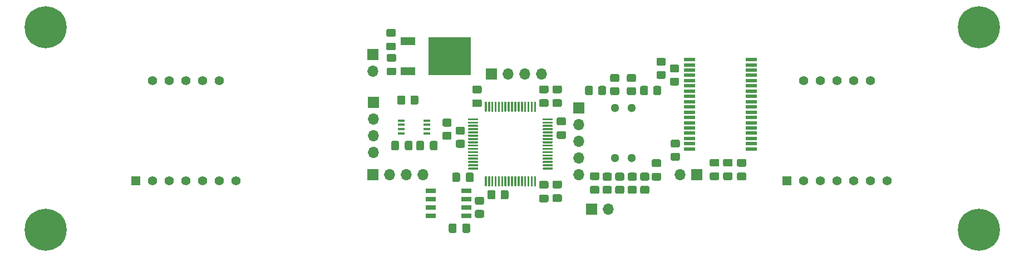
<source format=gbr>
%TF.GenerationSoftware,KiCad,Pcbnew,(5.1.9)-1*%
%TF.CreationDate,2021-04-28T17:58:15+02:00*%
%TF.ProjectId,Hoofdbord,486f6f66-6462-46f7-9264-2e6b69636164,rev?*%
%TF.SameCoordinates,Original*%
%TF.FileFunction,Soldermask,Top*%
%TF.FilePolarity,Negative*%
%FSLAX46Y46*%
G04 Gerber Fmt 4.6, Leading zero omitted, Abs format (unit mm)*
G04 Created by KiCad (PCBNEW (5.1.9)-1) date 2021-04-28 17:58:15*
%MOMM*%
%LPD*%
G01*
G04 APERTURE LIST*
%ADD10O,1.700000X1.700000*%
%ADD11R,1.700000X1.700000*%
%ADD12R,1.416000X1.416000*%
%ADD13C,1.416000*%
%ADD14C,6.400000*%
%ADD15C,0.800000*%
%ADD16R,6.400000X5.800000*%
%ADD17R,2.200000X1.200000*%
%ADD18C,1.300000*%
%ADD19R,1.800000X0.600000*%
%ADD20R,1.100000X0.450000*%
%ADD21R,1.525000X0.650000*%
G04 APERTURE END LIST*
D10*
%TO.C,J5*%
X3556000Y8382000D03*
X1016000Y8382000D03*
X-1524000Y8382000D03*
D11*
X-4064000Y8382000D03*
%TD*%
D12*
%TO.C,DS1*%
X40830500Y-7874000D03*
D13*
X43370500Y-7874000D03*
X45910500Y-7874000D03*
X48450500Y-7874000D03*
X50990500Y-7874000D03*
X53530500Y-7874000D03*
X56070500Y-7874000D03*
X53530500Y7366000D03*
X50990500Y7366000D03*
X48450500Y7366000D03*
X45910500Y7366000D03*
X43370500Y7366000D03*
%TD*%
D14*
%TO.C,*%
X-71945500Y15494000D03*
D15*
X-69545500Y15494000D03*
X-70248444Y13796944D03*
X-71945500Y13094000D03*
X-73642556Y13796944D03*
X-74345500Y15494000D03*
X-73642556Y17191056D03*
X-71945500Y17894000D03*
X-70248444Y17191056D03*
%TD*%
D14*
%TO.C,*%
X70040500Y-15367000D03*
D15*
X72440500Y-15367000D03*
X71737556Y-17064056D03*
X70040500Y-17767000D03*
X68343444Y-17064056D03*
X67640500Y-15367000D03*
X68343444Y-13669944D03*
X70040500Y-12967000D03*
X71737556Y-13669944D03*
%TD*%
D14*
%TO.C,*%
X-71945500Y-15367000D03*
D15*
X-69545500Y-15367000D03*
X-70248444Y-17064056D03*
X-71945500Y-17767000D03*
X-73642556Y-17064056D03*
X-74345500Y-15367000D03*
X-73642556Y-13669944D03*
X-71945500Y-12967000D03*
X-70248444Y-13669944D03*
%TD*%
D14*
%TO.C,*%
X70040500Y15494000D03*
D15*
X72440500Y15494000D03*
X71737556Y13796944D03*
X70040500Y13094000D03*
X68343444Y13796944D03*
X67640500Y15494000D03*
X68343444Y17191056D03*
X70040500Y17894000D03*
X71737556Y17191056D03*
%TD*%
D10*
%TO.C,SW2*%
X24574500Y-6985000D03*
D11*
X27114500Y-6985000D03*
%TD*%
%TO.C,R14*%
G36*
G01*
X15118501Y5147000D02*
X14218499Y5147000D01*
G75*
G02*
X13968500Y5396999I0J249999D01*
G01*
X13968500Y6097001D01*
G75*
G02*
X14218499Y6347000I249999J0D01*
G01*
X15118501Y6347000D01*
G75*
G02*
X15368500Y6097001I0J-249999D01*
G01*
X15368500Y5396999D01*
G75*
G02*
X15118501Y5147000I-249999J0D01*
G01*
G37*
G36*
G01*
X15118501Y7147000D02*
X14218499Y7147000D01*
G75*
G02*
X13968500Y7396999I0J249999D01*
G01*
X13968500Y8097001D01*
G75*
G02*
X14218499Y8347000I249999J0D01*
G01*
X15118501Y8347000D01*
G75*
G02*
X15368500Y8097001I0J-249999D01*
G01*
X15368500Y7396999D01*
G75*
G02*
X15118501Y7147000I-249999J0D01*
G01*
G37*
%TD*%
%TO.C,R13*%
G36*
G01*
X13347500Y6292001D02*
X13347500Y5391999D01*
G75*
G02*
X13097501Y5142000I-249999J0D01*
G01*
X12397499Y5142000D01*
G75*
G02*
X12147500Y5391999I0J249999D01*
G01*
X12147500Y6292001D01*
G75*
G02*
X12397499Y6542000I249999J0D01*
G01*
X13097501Y6542000D01*
G75*
G02*
X13347500Y6292001I0J-249999D01*
G01*
G37*
G36*
G01*
X11347500Y6292001D02*
X11347500Y5391999D01*
G75*
G02*
X11097501Y5142000I-249999J0D01*
G01*
X10397499Y5142000D01*
G75*
G02*
X10147500Y5391999I0J249999D01*
G01*
X10147500Y6292001D01*
G75*
G02*
X10397499Y6542000I249999J0D01*
G01*
X11097501Y6542000D01*
G75*
G02*
X11347500Y6292001I0J-249999D01*
G01*
G37*
%TD*%
%TO.C,R16*%
G36*
G01*
X18529500Y5391999D02*
X18529500Y6292001D01*
G75*
G02*
X18779499Y6542000I249999J0D01*
G01*
X19479501Y6542000D01*
G75*
G02*
X19729500Y6292001I0J-249999D01*
G01*
X19729500Y5391999D01*
G75*
G02*
X19479501Y5142000I-249999J0D01*
G01*
X18779499Y5142000D01*
G75*
G02*
X18529500Y5391999I0J249999D01*
G01*
G37*
G36*
G01*
X20529500Y5391999D02*
X20529500Y6292001D01*
G75*
G02*
X20779499Y6542000I249999J0D01*
G01*
X21479501Y6542000D01*
G75*
G02*
X21729500Y6292001I0J-249999D01*
G01*
X21729500Y5391999D01*
G75*
G02*
X21479501Y5142000I-249999J0D01*
G01*
X20779499Y5142000D01*
G75*
G02*
X20529500Y5391999I0J249999D01*
G01*
G37*
%TD*%
%TO.C,R15*%
G36*
G01*
X16758499Y8347000D02*
X17658501Y8347000D01*
G75*
G02*
X17908500Y8097001I0J-249999D01*
G01*
X17908500Y7396999D01*
G75*
G02*
X17658501Y7147000I-249999J0D01*
G01*
X16758499Y7147000D01*
G75*
G02*
X16508500Y7396999I0J249999D01*
G01*
X16508500Y8097001D01*
G75*
G02*
X16758499Y8347000I249999J0D01*
G01*
G37*
G36*
G01*
X16758499Y6347000D02*
X17658501Y6347000D01*
G75*
G02*
X17908500Y6097001I0J-249999D01*
G01*
X17908500Y5396999D01*
G75*
G02*
X17658501Y5147000I-249999J0D01*
G01*
X16758499Y5147000D01*
G75*
G02*
X16508500Y5396999I0J249999D01*
G01*
X16508500Y6097001D01*
G75*
G02*
X16758499Y6347000I249999J0D01*
G01*
G37*
%TD*%
%TO.C,U1*%
G36*
G01*
X2693500Y-7261000D02*
X2693500Y-8661000D01*
G75*
G02*
X2618500Y-8736000I-75000J0D01*
G01*
X2468500Y-8736000D01*
G75*
G02*
X2393500Y-8661000I0J75000D01*
G01*
X2393500Y-7261000D01*
G75*
G02*
X2468500Y-7186000I75000J0D01*
G01*
X2618500Y-7186000D01*
G75*
G02*
X2693500Y-7261000I0J-75000D01*
G01*
G37*
G36*
G01*
X2193500Y-7261000D02*
X2193500Y-8661000D01*
G75*
G02*
X2118500Y-8736000I-75000J0D01*
G01*
X1968500Y-8736000D01*
G75*
G02*
X1893500Y-8661000I0J75000D01*
G01*
X1893500Y-7261000D01*
G75*
G02*
X1968500Y-7186000I75000J0D01*
G01*
X2118500Y-7186000D01*
G75*
G02*
X2193500Y-7261000I0J-75000D01*
G01*
G37*
G36*
G01*
X1693500Y-7261000D02*
X1693500Y-8661000D01*
G75*
G02*
X1618500Y-8736000I-75000J0D01*
G01*
X1468500Y-8736000D01*
G75*
G02*
X1393500Y-8661000I0J75000D01*
G01*
X1393500Y-7261000D01*
G75*
G02*
X1468500Y-7186000I75000J0D01*
G01*
X1618500Y-7186000D01*
G75*
G02*
X1693500Y-7261000I0J-75000D01*
G01*
G37*
G36*
G01*
X1193500Y-7261000D02*
X1193500Y-8661000D01*
G75*
G02*
X1118500Y-8736000I-75000J0D01*
G01*
X968500Y-8736000D01*
G75*
G02*
X893500Y-8661000I0J75000D01*
G01*
X893500Y-7261000D01*
G75*
G02*
X968500Y-7186000I75000J0D01*
G01*
X1118500Y-7186000D01*
G75*
G02*
X1193500Y-7261000I0J-75000D01*
G01*
G37*
G36*
G01*
X693500Y-7261000D02*
X693500Y-8661000D01*
G75*
G02*
X618500Y-8736000I-75000J0D01*
G01*
X468500Y-8736000D01*
G75*
G02*
X393500Y-8661000I0J75000D01*
G01*
X393500Y-7261000D01*
G75*
G02*
X468500Y-7186000I75000J0D01*
G01*
X618500Y-7186000D01*
G75*
G02*
X693500Y-7261000I0J-75000D01*
G01*
G37*
G36*
G01*
X193500Y-7261000D02*
X193500Y-8661000D01*
G75*
G02*
X118500Y-8736000I-75000J0D01*
G01*
X-31500Y-8736000D01*
G75*
G02*
X-106500Y-8661000I0J75000D01*
G01*
X-106500Y-7261000D01*
G75*
G02*
X-31500Y-7186000I75000J0D01*
G01*
X118500Y-7186000D01*
G75*
G02*
X193500Y-7261000I0J-75000D01*
G01*
G37*
G36*
G01*
X-306500Y-7261000D02*
X-306500Y-8661000D01*
G75*
G02*
X-381500Y-8736000I-75000J0D01*
G01*
X-531500Y-8736000D01*
G75*
G02*
X-606500Y-8661000I0J75000D01*
G01*
X-606500Y-7261000D01*
G75*
G02*
X-531500Y-7186000I75000J0D01*
G01*
X-381500Y-7186000D01*
G75*
G02*
X-306500Y-7261000I0J-75000D01*
G01*
G37*
G36*
G01*
X-806500Y-7261000D02*
X-806500Y-8661000D01*
G75*
G02*
X-881500Y-8736000I-75000J0D01*
G01*
X-1031500Y-8736000D01*
G75*
G02*
X-1106500Y-8661000I0J75000D01*
G01*
X-1106500Y-7261000D01*
G75*
G02*
X-1031500Y-7186000I75000J0D01*
G01*
X-881500Y-7186000D01*
G75*
G02*
X-806500Y-7261000I0J-75000D01*
G01*
G37*
G36*
G01*
X-1306500Y-7261000D02*
X-1306500Y-8661000D01*
G75*
G02*
X-1381500Y-8736000I-75000J0D01*
G01*
X-1531500Y-8736000D01*
G75*
G02*
X-1606500Y-8661000I0J75000D01*
G01*
X-1606500Y-7261000D01*
G75*
G02*
X-1531500Y-7186000I75000J0D01*
G01*
X-1381500Y-7186000D01*
G75*
G02*
X-1306500Y-7261000I0J-75000D01*
G01*
G37*
G36*
G01*
X-1806500Y-7261000D02*
X-1806500Y-8661000D01*
G75*
G02*
X-1881500Y-8736000I-75000J0D01*
G01*
X-2031500Y-8736000D01*
G75*
G02*
X-2106500Y-8661000I0J75000D01*
G01*
X-2106500Y-7261000D01*
G75*
G02*
X-2031500Y-7186000I75000J0D01*
G01*
X-1881500Y-7186000D01*
G75*
G02*
X-1806500Y-7261000I0J-75000D01*
G01*
G37*
G36*
G01*
X-2306500Y-7261000D02*
X-2306500Y-8661000D01*
G75*
G02*
X-2381500Y-8736000I-75000J0D01*
G01*
X-2531500Y-8736000D01*
G75*
G02*
X-2606500Y-8661000I0J75000D01*
G01*
X-2606500Y-7261000D01*
G75*
G02*
X-2531500Y-7186000I75000J0D01*
G01*
X-2381500Y-7186000D01*
G75*
G02*
X-2306500Y-7261000I0J-75000D01*
G01*
G37*
G36*
G01*
X-2806500Y-7261000D02*
X-2806500Y-8661000D01*
G75*
G02*
X-2881500Y-8736000I-75000J0D01*
G01*
X-3031500Y-8736000D01*
G75*
G02*
X-3106500Y-8661000I0J75000D01*
G01*
X-3106500Y-7261000D01*
G75*
G02*
X-3031500Y-7186000I75000J0D01*
G01*
X-2881500Y-7186000D01*
G75*
G02*
X-2806500Y-7261000I0J-75000D01*
G01*
G37*
G36*
G01*
X-3306500Y-7261000D02*
X-3306500Y-8661000D01*
G75*
G02*
X-3381500Y-8736000I-75000J0D01*
G01*
X-3531500Y-8736000D01*
G75*
G02*
X-3606500Y-8661000I0J75000D01*
G01*
X-3606500Y-7261000D01*
G75*
G02*
X-3531500Y-7186000I75000J0D01*
G01*
X-3381500Y-7186000D01*
G75*
G02*
X-3306500Y-7261000I0J-75000D01*
G01*
G37*
G36*
G01*
X-3806500Y-7261000D02*
X-3806500Y-8661000D01*
G75*
G02*
X-3881500Y-8736000I-75000J0D01*
G01*
X-4031500Y-8736000D01*
G75*
G02*
X-4106500Y-8661000I0J75000D01*
G01*
X-4106500Y-7261000D01*
G75*
G02*
X-4031500Y-7186000I75000J0D01*
G01*
X-3881500Y-7186000D01*
G75*
G02*
X-3806500Y-7261000I0J-75000D01*
G01*
G37*
G36*
G01*
X-4306500Y-7261000D02*
X-4306500Y-8661000D01*
G75*
G02*
X-4381500Y-8736000I-75000J0D01*
G01*
X-4531500Y-8736000D01*
G75*
G02*
X-4606500Y-8661000I0J75000D01*
G01*
X-4606500Y-7261000D01*
G75*
G02*
X-4531500Y-7186000I75000J0D01*
G01*
X-4381500Y-7186000D01*
G75*
G02*
X-4306500Y-7261000I0J-75000D01*
G01*
G37*
G36*
G01*
X-4806500Y-7261000D02*
X-4806500Y-8661000D01*
G75*
G02*
X-4881500Y-8736000I-75000J0D01*
G01*
X-5031500Y-8736000D01*
G75*
G02*
X-5106500Y-8661000I0J75000D01*
G01*
X-5106500Y-7261000D01*
G75*
G02*
X-5031500Y-7186000I75000J0D01*
G01*
X-4881500Y-7186000D01*
G75*
G02*
X-4806500Y-7261000I0J-75000D01*
G01*
G37*
G36*
G01*
X-6106500Y-5961000D02*
X-6106500Y-6111000D01*
G75*
G02*
X-6181500Y-6186000I-75000J0D01*
G01*
X-7581500Y-6186000D01*
G75*
G02*
X-7656500Y-6111000I0J75000D01*
G01*
X-7656500Y-5961000D01*
G75*
G02*
X-7581500Y-5886000I75000J0D01*
G01*
X-6181500Y-5886000D01*
G75*
G02*
X-6106500Y-5961000I0J-75000D01*
G01*
G37*
G36*
G01*
X-6106500Y-5461000D02*
X-6106500Y-5611000D01*
G75*
G02*
X-6181500Y-5686000I-75000J0D01*
G01*
X-7581500Y-5686000D01*
G75*
G02*
X-7656500Y-5611000I0J75000D01*
G01*
X-7656500Y-5461000D01*
G75*
G02*
X-7581500Y-5386000I75000J0D01*
G01*
X-6181500Y-5386000D01*
G75*
G02*
X-6106500Y-5461000I0J-75000D01*
G01*
G37*
G36*
G01*
X-6106500Y-4961000D02*
X-6106500Y-5111000D01*
G75*
G02*
X-6181500Y-5186000I-75000J0D01*
G01*
X-7581500Y-5186000D01*
G75*
G02*
X-7656500Y-5111000I0J75000D01*
G01*
X-7656500Y-4961000D01*
G75*
G02*
X-7581500Y-4886000I75000J0D01*
G01*
X-6181500Y-4886000D01*
G75*
G02*
X-6106500Y-4961000I0J-75000D01*
G01*
G37*
G36*
G01*
X-6106500Y-4461000D02*
X-6106500Y-4611000D01*
G75*
G02*
X-6181500Y-4686000I-75000J0D01*
G01*
X-7581500Y-4686000D01*
G75*
G02*
X-7656500Y-4611000I0J75000D01*
G01*
X-7656500Y-4461000D01*
G75*
G02*
X-7581500Y-4386000I75000J0D01*
G01*
X-6181500Y-4386000D01*
G75*
G02*
X-6106500Y-4461000I0J-75000D01*
G01*
G37*
G36*
G01*
X-6106500Y-3961000D02*
X-6106500Y-4111000D01*
G75*
G02*
X-6181500Y-4186000I-75000J0D01*
G01*
X-7581500Y-4186000D01*
G75*
G02*
X-7656500Y-4111000I0J75000D01*
G01*
X-7656500Y-3961000D01*
G75*
G02*
X-7581500Y-3886000I75000J0D01*
G01*
X-6181500Y-3886000D01*
G75*
G02*
X-6106500Y-3961000I0J-75000D01*
G01*
G37*
G36*
G01*
X-6106500Y-3461000D02*
X-6106500Y-3611000D01*
G75*
G02*
X-6181500Y-3686000I-75000J0D01*
G01*
X-7581500Y-3686000D01*
G75*
G02*
X-7656500Y-3611000I0J75000D01*
G01*
X-7656500Y-3461000D01*
G75*
G02*
X-7581500Y-3386000I75000J0D01*
G01*
X-6181500Y-3386000D01*
G75*
G02*
X-6106500Y-3461000I0J-75000D01*
G01*
G37*
G36*
G01*
X-6106500Y-2961000D02*
X-6106500Y-3111000D01*
G75*
G02*
X-6181500Y-3186000I-75000J0D01*
G01*
X-7581500Y-3186000D01*
G75*
G02*
X-7656500Y-3111000I0J75000D01*
G01*
X-7656500Y-2961000D01*
G75*
G02*
X-7581500Y-2886000I75000J0D01*
G01*
X-6181500Y-2886000D01*
G75*
G02*
X-6106500Y-2961000I0J-75000D01*
G01*
G37*
G36*
G01*
X-6106500Y-2461000D02*
X-6106500Y-2611000D01*
G75*
G02*
X-6181500Y-2686000I-75000J0D01*
G01*
X-7581500Y-2686000D01*
G75*
G02*
X-7656500Y-2611000I0J75000D01*
G01*
X-7656500Y-2461000D01*
G75*
G02*
X-7581500Y-2386000I75000J0D01*
G01*
X-6181500Y-2386000D01*
G75*
G02*
X-6106500Y-2461000I0J-75000D01*
G01*
G37*
G36*
G01*
X-6106500Y-1961000D02*
X-6106500Y-2111000D01*
G75*
G02*
X-6181500Y-2186000I-75000J0D01*
G01*
X-7581500Y-2186000D01*
G75*
G02*
X-7656500Y-2111000I0J75000D01*
G01*
X-7656500Y-1961000D01*
G75*
G02*
X-7581500Y-1886000I75000J0D01*
G01*
X-6181500Y-1886000D01*
G75*
G02*
X-6106500Y-1961000I0J-75000D01*
G01*
G37*
G36*
G01*
X-6106500Y-1461000D02*
X-6106500Y-1611000D01*
G75*
G02*
X-6181500Y-1686000I-75000J0D01*
G01*
X-7581500Y-1686000D01*
G75*
G02*
X-7656500Y-1611000I0J75000D01*
G01*
X-7656500Y-1461000D01*
G75*
G02*
X-7581500Y-1386000I75000J0D01*
G01*
X-6181500Y-1386000D01*
G75*
G02*
X-6106500Y-1461000I0J-75000D01*
G01*
G37*
G36*
G01*
X-6106500Y-961000D02*
X-6106500Y-1111000D01*
G75*
G02*
X-6181500Y-1186000I-75000J0D01*
G01*
X-7581500Y-1186000D01*
G75*
G02*
X-7656500Y-1111000I0J75000D01*
G01*
X-7656500Y-961000D01*
G75*
G02*
X-7581500Y-886000I75000J0D01*
G01*
X-6181500Y-886000D01*
G75*
G02*
X-6106500Y-961000I0J-75000D01*
G01*
G37*
G36*
G01*
X-6106500Y-461000D02*
X-6106500Y-611000D01*
G75*
G02*
X-6181500Y-686000I-75000J0D01*
G01*
X-7581500Y-686000D01*
G75*
G02*
X-7656500Y-611000I0J75000D01*
G01*
X-7656500Y-461000D01*
G75*
G02*
X-7581500Y-386000I75000J0D01*
G01*
X-6181500Y-386000D01*
G75*
G02*
X-6106500Y-461000I0J-75000D01*
G01*
G37*
G36*
G01*
X-6106500Y39000D02*
X-6106500Y-111000D01*
G75*
G02*
X-6181500Y-186000I-75000J0D01*
G01*
X-7581500Y-186000D01*
G75*
G02*
X-7656500Y-111000I0J75000D01*
G01*
X-7656500Y39000D01*
G75*
G02*
X-7581500Y114000I75000J0D01*
G01*
X-6181500Y114000D01*
G75*
G02*
X-6106500Y39000I0J-75000D01*
G01*
G37*
G36*
G01*
X-6106500Y539000D02*
X-6106500Y389000D01*
G75*
G02*
X-6181500Y314000I-75000J0D01*
G01*
X-7581500Y314000D01*
G75*
G02*
X-7656500Y389000I0J75000D01*
G01*
X-7656500Y539000D01*
G75*
G02*
X-7581500Y614000I75000J0D01*
G01*
X-6181500Y614000D01*
G75*
G02*
X-6106500Y539000I0J-75000D01*
G01*
G37*
G36*
G01*
X-6106500Y1039000D02*
X-6106500Y889000D01*
G75*
G02*
X-6181500Y814000I-75000J0D01*
G01*
X-7581500Y814000D01*
G75*
G02*
X-7656500Y889000I0J75000D01*
G01*
X-7656500Y1039000D01*
G75*
G02*
X-7581500Y1114000I75000J0D01*
G01*
X-6181500Y1114000D01*
G75*
G02*
X-6106500Y1039000I0J-75000D01*
G01*
G37*
G36*
G01*
X-6106500Y1539000D02*
X-6106500Y1389000D01*
G75*
G02*
X-6181500Y1314000I-75000J0D01*
G01*
X-7581500Y1314000D01*
G75*
G02*
X-7656500Y1389000I0J75000D01*
G01*
X-7656500Y1539000D01*
G75*
G02*
X-7581500Y1614000I75000J0D01*
G01*
X-6181500Y1614000D01*
G75*
G02*
X-6106500Y1539000I0J-75000D01*
G01*
G37*
G36*
G01*
X-4806500Y4089000D02*
X-4806500Y2689000D01*
G75*
G02*
X-4881500Y2614000I-75000J0D01*
G01*
X-5031500Y2614000D01*
G75*
G02*
X-5106500Y2689000I0J75000D01*
G01*
X-5106500Y4089000D01*
G75*
G02*
X-5031500Y4164000I75000J0D01*
G01*
X-4881500Y4164000D01*
G75*
G02*
X-4806500Y4089000I0J-75000D01*
G01*
G37*
G36*
G01*
X-4306500Y4089000D02*
X-4306500Y2689000D01*
G75*
G02*
X-4381500Y2614000I-75000J0D01*
G01*
X-4531500Y2614000D01*
G75*
G02*
X-4606500Y2689000I0J75000D01*
G01*
X-4606500Y4089000D01*
G75*
G02*
X-4531500Y4164000I75000J0D01*
G01*
X-4381500Y4164000D01*
G75*
G02*
X-4306500Y4089000I0J-75000D01*
G01*
G37*
G36*
G01*
X-3806500Y4089000D02*
X-3806500Y2689000D01*
G75*
G02*
X-3881500Y2614000I-75000J0D01*
G01*
X-4031500Y2614000D01*
G75*
G02*
X-4106500Y2689000I0J75000D01*
G01*
X-4106500Y4089000D01*
G75*
G02*
X-4031500Y4164000I75000J0D01*
G01*
X-3881500Y4164000D01*
G75*
G02*
X-3806500Y4089000I0J-75000D01*
G01*
G37*
G36*
G01*
X-3306500Y4089000D02*
X-3306500Y2689000D01*
G75*
G02*
X-3381500Y2614000I-75000J0D01*
G01*
X-3531500Y2614000D01*
G75*
G02*
X-3606500Y2689000I0J75000D01*
G01*
X-3606500Y4089000D01*
G75*
G02*
X-3531500Y4164000I75000J0D01*
G01*
X-3381500Y4164000D01*
G75*
G02*
X-3306500Y4089000I0J-75000D01*
G01*
G37*
G36*
G01*
X-2806500Y4089000D02*
X-2806500Y2689000D01*
G75*
G02*
X-2881500Y2614000I-75000J0D01*
G01*
X-3031500Y2614000D01*
G75*
G02*
X-3106500Y2689000I0J75000D01*
G01*
X-3106500Y4089000D01*
G75*
G02*
X-3031500Y4164000I75000J0D01*
G01*
X-2881500Y4164000D01*
G75*
G02*
X-2806500Y4089000I0J-75000D01*
G01*
G37*
G36*
G01*
X-2306500Y4089000D02*
X-2306500Y2689000D01*
G75*
G02*
X-2381500Y2614000I-75000J0D01*
G01*
X-2531500Y2614000D01*
G75*
G02*
X-2606500Y2689000I0J75000D01*
G01*
X-2606500Y4089000D01*
G75*
G02*
X-2531500Y4164000I75000J0D01*
G01*
X-2381500Y4164000D01*
G75*
G02*
X-2306500Y4089000I0J-75000D01*
G01*
G37*
G36*
G01*
X-1806500Y4089000D02*
X-1806500Y2689000D01*
G75*
G02*
X-1881500Y2614000I-75000J0D01*
G01*
X-2031500Y2614000D01*
G75*
G02*
X-2106500Y2689000I0J75000D01*
G01*
X-2106500Y4089000D01*
G75*
G02*
X-2031500Y4164000I75000J0D01*
G01*
X-1881500Y4164000D01*
G75*
G02*
X-1806500Y4089000I0J-75000D01*
G01*
G37*
G36*
G01*
X-1306500Y4089000D02*
X-1306500Y2689000D01*
G75*
G02*
X-1381500Y2614000I-75000J0D01*
G01*
X-1531500Y2614000D01*
G75*
G02*
X-1606500Y2689000I0J75000D01*
G01*
X-1606500Y4089000D01*
G75*
G02*
X-1531500Y4164000I75000J0D01*
G01*
X-1381500Y4164000D01*
G75*
G02*
X-1306500Y4089000I0J-75000D01*
G01*
G37*
G36*
G01*
X-806500Y4089000D02*
X-806500Y2689000D01*
G75*
G02*
X-881500Y2614000I-75000J0D01*
G01*
X-1031500Y2614000D01*
G75*
G02*
X-1106500Y2689000I0J75000D01*
G01*
X-1106500Y4089000D01*
G75*
G02*
X-1031500Y4164000I75000J0D01*
G01*
X-881500Y4164000D01*
G75*
G02*
X-806500Y4089000I0J-75000D01*
G01*
G37*
G36*
G01*
X-306500Y4089000D02*
X-306500Y2689000D01*
G75*
G02*
X-381500Y2614000I-75000J0D01*
G01*
X-531500Y2614000D01*
G75*
G02*
X-606500Y2689000I0J75000D01*
G01*
X-606500Y4089000D01*
G75*
G02*
X-531500Y4164000I75000J0D01*
G01*
X-381500Y4164000D01*
G75*
G02*
X-306500Y4089000I0J-75000D01*
G01*
G37*
G36*
G01*
X193500Y4089000D02*
X193500Y2689000D01*
G75*
G02*
X118500Y2614000I-75000J0D01*
G01*
X-31500Y2614000D01*
G75*
G02*
X-106500Y2689000I0J75000D01*
G01*
X-106500Y4089000D01*
G75*
G02*
X-31500Y4164000I75000J0D01*
G01*
X118500Y4164000D01*
G75*
G02*
X193500Y4089000I0J-75000D01*
G01*
G37*
G36*
G01*
X693500Y4089000D02*
X693500Y2689000D01*
G75*
G02*
X618500Y2614000I-75000J0D01*
G01*
X468500Y2614000D01*
G75*
G02*
X393500Y2689000I0J75000D01*
G01*
X393500Y4089000D01*
G75*
G02*
X468500Y4164000I75000J0D01*
G01*
X618500Y4164000D01*
G75*
G02*
X693500Y4089000I0J-75000D01*
G01*
G37*
G36*
G01*
X1193500Y4089000D02*
X1193500Y2689000D01*
G75*
G02*
X1118500Y2614000I-75000J0D01*
G01*
X968500Y2614000D01*
G75*
G02*
X893500Y2689000I0J75000D01*
G01*
X893500Y4089000D01*
G75*
G02*
X968500Y4164000I75000J0D01*
G01*
X1118500Y4164000D01*
G75*
G02*
X1193500Y4089000I0J-75000D01*
G01*
G37*
G36*
G01*
X1693500Y4089000D02*
X1693500Y2689000D01*
G75*
G02*
X1618500Y2614000I-75000J0D01*
G01*
X1468500Y2614000D01*
G75*
G02*
X1393500Y2689000I0J75000D01*
G01*
X1393500Y4089000D01*
G75*
G02*
X1468500Y4164000I75000J0D01*
G01*
X1618500Y4164000D01*
G75*
G02*
X1693500Y4089000I0J-75000D01*
G01*
G37*
G36*
G01*
X2193500Y4089000D02*
X2193500Y2689000D01*
G75*
G02*
X2118500Y2614000I-75000J0D01*
G01*
X1968500Y2614000D01*
G75*
G02*
X1893500Y2689000I0J75000D01*
G01*
X1893500Y4089000D01*
G75*
G02*
X1968500Y4164000I75000J0D01*
G01*
X2118500Y4164000D01*
G75*
G02*
X2193500Y4089000I0J-75000D01*
G01*
G37*
G36*
G01*
X2693500Y4089000D02*
X2693500Y2689000D01*
G75*
G02*
X2618500Y2614000I-75000J0D01*
G01*
X2468500Y2614000D01*
G75*
G02*
X2393500Y2689000I0J75000D01*
G01*
X2393500Y4089000D01*
G75*
G02*
X2468500Y4164000I75000J0D01*
G01*
X2618500Y4164000D01*
G75*
G02*
X2693500Y4089000I0J-75000D01*
G01*
G37*
G36*
G01*
X5243500Y1539000D02*
X5243500Y1389000D01*
G75*
G02*
X5168500Y1314000I-75000J0D01*
G01*
X3768500Y1314000D01*
G75*
G02*
X3693500Y1389000I0J75000D01*
G01*
X3693500Y1539000D01*
G75*
G02*
X3768500Y1614000I75000J0D01*
G01*
X5168500Y1614000D01*
G75*
G02*
X5243500Y1539000I0J-75000D01*
G01*
G37*
G36*
G01*
X5243500Y1039000D02*
X5243500Y889000D01*
G75*
G02*
X5168500Y814000I-75000J0D01*
G01*
X3768500Y814000D01*
G75*
G02*
X3693500Y889000I0J75000D01*
G01*
X3693500Y1039000D01*
G75*
G02*
X3768500Y1114000I75000J0D01*
G01*
X5168500Y1114000D01*
G75*
G02*
X5243500Y1039000I0J-75000D01*
G01*
G37*
G36*
G01*
X5243500Y539000D02*
X5243500Y389000D01*
G75*
G02*
X5168500Y314000I-75000J0D01*
G01*
X3768500Y314000D01*
G75*
G02*
X3693500Y389000I0J75000D01*
G01*
X3693500Y539000D01*
G75*
G02*
X3768500Y614000I75000J0D01*
G01*
X5168500Y614000D01*
G75*
G02*
X5243500Y539000I0J-75000D01*
G01*
G37*
G36*
G01*
X5243500Y39000D02*
X5243500Y-111000D01*
G75*
G02*
X5168500Y-186000I-75000J0D01*
G01*
X3768500Y-186000D01*
G75*
G02*
X3693500Y-111000I0J75000D01*
G01*
X3693500Y39000D01*
G75*
G02*
X3768500Y114000I75000J0D01*
G01*
X5168500Y114000D01*
G75*
G02*
X5243500Y39000I0J-75000D01*
G01*
G37*
G36*
G01*
X5243500Y-461000D02*
X5243500Y-611000D01*
G75*
G02*
X5168500Y-686000I-75000J0D01*
G01*
X3768500Y-686000D01*
G75*
G02*
X3693500Y-611000I0J75000D01*
G01*
X3693500Y-461000D01*
G75*
G02*
X3768500Y-386000I75000J0D01*
G01*
X5168500Y-386000D01*
G75*
G02*
X5243500Y-461000I0J-75000D01*
G01*
G37*
G36*
G01*
X5243500Y-961000D02*
X5243500Y-1111000D01*
G75*
G02*
X5168500Y-1186000I-75000J0D01*
G01*
X3768500Y-1186000D01*
G75*
G02*
X3693500Y-1111000I0J75000D01*
G01*
X3693500Y-961000D01*
G75*
G02*
X3768500Y-886000I75000J0D01*
G01*
X5168500Y-886000D01*
G75*
G02*
X5243500Y-961000I0J-75000D01*
G01*
G37*
G36*
G01*
X5243500Y-1461000D02*
X5243500Y-1611000D01*
G75*
G02*
X5168500Y-1686000I-75000J0D01*
G01*
X3768500Y-1686000D01*
G75*
G02*
X3693500Y-1611000I0J75000D01*
G01*
X3693500Y-1461000D01*
G75*
G02*
X3768500Y-1386000I75000J0D01*
G01*
X5168500Y-1386000D01*
G75*
G02*
X5243500Y-1461000I0J-75000D01*
G01*
G37*
G36*
G01*
X5243500Y-1961000D02*
X5243500Y-2111000D01*
G75*
G02*
X5168500Y-2186000I-75000J0D01*
G01*
X3768500Y-2186000D01*
G75*
G02*
X3693500Y-2111000I0J75000D01*
G01*
X3693500Y-1961000D01*
G75*
G02*
X3768500Y-1886000I75000J0D01*
G01*
X5168500Y-1886000D01*
G75*
G02*
X5243500Y-1961000I0J-75000D01*
G01*
G37*
G36*
G01*
X5243500Y-2461000D02*
X5243500Y-2611000D01*
G75*
G02*
X5168500Y-2686000I-75000J0D01*
G01*
X3768500Y-2686000D01*
G75*
G02*
X3693500Y-2611000I0J75000D01*
G01*
X3693500Y-2461000D01*
G75*
G02*
X3768500Y-2386000I75000J0D01*
G01*
X5168500Y-2386000D01*
G75*
G02*
X5243500Y-2461000I0J-75000D01*
G01*
G37*
G36*
G01*
X5243500Y-2961000D02*
X5243500Y-3111000D01*
G75*
G02*
X5168500Y-3186000I-75000J0D01*
G01*
X3768500Y-3186000D01*
G75*
G02*
X3693500Y-3111000I0J75000D01*
G01*
X3693500Y-2961000D01*
G75*
G02*
X3768500Y-2886000I75000J0D01*
G01*
X5168500Y-2886000D01*
G75*
G02*
X5243500Y-2961000I0J-75000D01*
G01*
G37*
G36*
G01*
X5243500Y-3461000D02*
X5243500Y-3611000D01*
G75*
G02*
X5168500Y-3686000I-75000J0D01*
G01*
X3768500Y-3686000D01*
G75*
G02*
X3693500Y-3611000I0J75000D01*
G01*
X3693500Y-3461000D01*
G75*
G02*
X3768500Y-3386000I75000J0D01*
G01*
X5168500Y-3386000D01*
G75*
G02*
X5243500Y-3461000I0J-75000D01*
G01*
G37*
G36*
G01*
X5243500Y-3961000D02*
X5243500Y-4111000D01*
G75*
G02*
X5168500Y-4186000I-75000J0D01*
G01*
X3768500Y-4186000D01*
G75*
G02*
X3693500Y-4111000I0J75000D01*
G01*
X3693500Y-3961000D01*
G75*
G02*
X3768500Y-3886000I75000J0D01*
G01*
X5168500Y-3886000D01*
G75*
G02*
X5243500Y-3961000I0J-75000D01*
G01*
G37*
G36*
G01*
X5243500Y-4461000D02*
X5243500Y-4611000D01*
G75*
G02*
X5168500Y-4686000I-75000J0D01*
G01*
X3768500Y-4686000D01*
G75*
G02*
X3693500Y-4611000I0J75000D01*
G01*
X3693500Y-4461000D01*
G75*
G02*
X3768500Y-4386000I75000J0D01*
G01*
X5168500Y-4386000D01*
G75*
G02*
X5243500Y-4461000I0J-75000D01*
G01*
G37*
G36*
G01*
X5243500Y-4961000D02*
X5243500Y-5111000D01*
G75*
G02*
X5168500Y-5186000I-75000J0D01*
G01*
X3768500Y-5186000D01*
G75*
G02*
X3693500Y-5111000I0J75000D01*
G01*
X3693500Y-4961000D01*
G75*
G02*
X3768500Y-4886000I75000J0D01*
G01*
X5168500Y-4886000D01*
G75*
G02*
X5243500Y-4961000I0J-75000D01*
G01*
G37*
G36*
G01*
X5243500Y-5461000D02*
X5243500Y-5611000D01*
G75*
G02*
X5168500Y-5686000I-75000J0D01*
G01*
X3768500Y-5686000D01*
G75*
G02*
X3693500Y-5611000I0J75000D01*
G01*
X3693500Y-5461000D01*
G75*
G02*
X3768500Y-5386000I75000J0D01*
G01*
X5168500Y-5386000D01*
G75*
G02*
X5243500Y-5461000I0J-75000D01*
G01*
G37*
G36*
G01*
X5243500Y-5961000D02*
X5243500Y-6111000D01*
G75*
G02*
X5168500Y-6186000I-75000J0D01*
G01*
X3768500Y-6186000D01*
G75*
G02*
X3693500Y-6111000I0J75000D01*
G01*
X3693500Y-5961000D01*
G75*
G02*
X3768500Y-5886000I75000J0D01*
G01*
X5168500Y-5886000D01*
G75*
G02*
X5243500Y-5961000I0J-75000D01*
G01*
G37*
%TD*%
D10*
%TO.C,J3*%
X9207500Y-6985000D03*
X9207500Y-4445000D03*
X9207500Y-1905000D03*
X9207500Y635000D03*
D11*
X9207500Y3175000D03*
%TD*%
D10*
%TO.C,J4*%
X-14541500Y-6985000D03*
X-17081500Y-6985000D03*
X-19621500Y-6985000D03*
D11*
X-22161500Y-6985000D03*
%TD*%
%TO.C,C15*%
G36*
G01*
X7015500Y555500D02*
X6065500Y555500D01*
G75*
G02*
X5815500Y805500I0J250000D01*
G01*
X5815500Y1480500D01*
G75*
G02*
X6065500Y1730500I250000J0D01*
G01*
X7015500Y1730500D01*
G75*
G02*
X7265500Y1480500I0J-250000D01*
G01*
X7265500Y805500D01*
G75*
G02*
X7015500Y555500I-250000J0D01*
G01*
G37*
G36*
G01*
X7015500Y-1519500D02*
X6065500Y-1519500D01*
G75*
G02*
X5815500Y-1269500I0J250000D01*
G01*
X5815500Y-594500D01*
G75*
G02*
X6065500Y-344500I250000J0D01*
G01*
X7015500Y-344500D01*
G75*
G02*
X7265500Y-594500I0J-250000D01*
G01*
X7265500Y-1269500D01*
G75*
G02*
X7015500Y-1519500I-250000J0D01*
G01*
G37*
%TD*%
%TO.C,C14*%
G36*
G01*
X6380500Y-9053500D02*
X5430500Y-9053500D01*
G75*
G02*
X5180500Y-8803500I0J250000D01*
G01*
X5180500Y-8128500D01*
G75*
G02*
X5430500Y-7878500I250000J0D01*
G01*
X6380500Y-7878500D01*
G75*
G02*
X6630500Y-8128500I0J-250000D01*
G01*
X6630500Y-8803500D01*
G75*
G02*
X6380500Y-9053500I-250000J0D01*
G01*
G37*
G36*
G01*
X6380500Y-11128500D02*
X5430500Y-11128500D01*
G75*
G02*
X5180500Y-10878500I0J250000D01*
G01*
X5180500Y-10203500D01*
G75*
G02*
X5430500Y-9953500I250000J0D01*
G01*
X6380500Y-9953500D01*
G75*
G02*
X6630500Y-10203500I0J-250000D01*
G01*
X6630500Y-10878500D01*
G75*
G02*
X6380500Y-11128500I-250000J0D01*
G01*
G37*
%TD*%
%TO.C,C9*%
G36*
G01*
X6380500Y5424500D02*
X5430500Y5424500D01*
G75*
G02*
X5180500Y5674500I0J250000D01*
G01*
X5180500Y6349500D01*
G75*
G02*
X5430500Y6599500I250000J0D01*
G01*
X6380500Y6599500D01*
G75*
G02*
X6630500Y6349500I0J-250000D01*
G01*
X6630500Y5674500D01*
G75*
G02*
X6380500Y5424500I-250000J0D01*
G01*
G37*
G36*
G01*
X6380500Y3349500D02*
X5430500Y3349500D01*
G75*
G02*
X5180500Y3599500I0J250000D01*
G01*
X5180500Y4274500D01*
G75*
G02*
X5430500Y4524500I250000J0D01*
G01*
X6380500Y4524500D01*
G75*
G02*
X6630500Y4274500I0J-250000D01*
G01*
X6630500Y3599500D01*
G75*
G02*
X6380500Y3349500I-250000J0D01*
G01*
G37*
%TD*%
D16*
%TO.C,U2*%
X-10473000Y11049000D03*
D17*
X-16773000Y8769000D03*
X-16773000Y13329000D03*
%TD*%
%TO.C,C17*%
G36*
G01*
X-19842500Y13139000D02*
X-18892500Y13139000D01*
G75*
G02*
X-18642500Y12889000I0J-250000D01*
G01*
X-18642500Y12214000D01*
G75*
G02*
X-18892500Y11964000I-250000J0D01*
G01*
X-19842500Y11964000D01*
G75*
G02*
X-20092500Y12214000I0J250000D01*
G01*
X-20092500Y12889000D01*
G75*
G02*
X-19842500Y13139000I250000J0D01*
G01*
G37*
G36*
G01*
X-19842500Y15214000D02*
X-18892500Y15214000D01*
G75*
G02*
X-18642500Y14964000I0J-250000D01*
G01*
X-18642500Y14289000D01*
G75*
G02*
X-18892500Y14039000I-250000J0D01*
G01*
X-19842500Y14039000D01*
G75*
G02*
X-20092500Y14289000I0J250000D01*
G01*
X-20092500Y14964000D01*
G75*
G02*
X-19842500Y15214000I250000J0D01*
G01*
G37*
%TD*%
%TO.C,C16*%
G36*
G01*
X-19779000Y9329000D02*
X-18829000Y9329000D01*
G75*
G02*
X-18579000Y9079000I0J-250000D01*
G01*
X-18579000Y8404000D01*
G75*
G02*
X-18829000Y8154000I-250000J0D01*
G01*
X-19779000Y8154000D01*
G75*
G02*
X-20029000Y8404000I0J250000D01*
G01*
X-20029000Y9079000D01*
G75*
G02*
X-19779000Y9329000I250000J0D01*
G01*
G37*
G36*
G01*
X-19779000Y11404000D02*
X-18829000Y11404000D01*
G75*
G02*
X-18579000Y11154000I0J-250000D01*
G01*
X-18579000Y10479000D01*
G75*
G02*
X-18829000Y10229000I-250000J0D01*
G01*
X-19779000Y10229000D01*
G75*
G02*
X-20029000Y10479000I0J250000D01*
G01*
X-20029000Y11154000D01*
G75*
G02*
X-19779000Y11404000I250000J0D01*
G01*
G37*
%TD*%
%TO.C,R8*%
G36*
G01*
X17785501Y-7871000D02*
X16885499Y-7871000D01*
G75*
G02*
X16635500Y-7621001I0J249999D01*
G01*
X16635500Y-6920999D01*
G75*
G02*
X16885499Y-6671000I249999J0D01*
G01*
X17785501Y-6671000D01*
G75*
G02*
X18035500Y-6920999I0J-249999D01*
G01*
X18035500Y-7621001D01*
G75*
G02*
X17785501Y-7871000I-249999J0D01*
G01*
G37*
G36*
G01*
X17785501Y-9871000D02*
X16885499Y-9871000D01*
G75*
G02*
X16635500Y-9621001I0J249999D01*
G01*
X16635500Y-8920999D01*
G75*
G02*
X16885499Y-8671000I249999J0D01*
G01*
X17785501Y-8671000D01*
G75*
G02*
X18035500Y-8920999I0J-249999D01*
G01*
X18035500Y-9621001D01*
G75*
G02*
X17785501Y-9871000I-249999J0D01*
G01*
G37*
%TD*%
%TO.C,R10*%
G36*
G01*
X18790499Y-8671000D02*
X19690501Y-8671000D01*
G75*
G02*
X19940500Y-8920999I0J-249999D01*
G01*
X19940500Y-9621001D01*
G75*
G02*
X19690501Y-9871000I-249999J0D01*
G01*
X18790499Y-9871000D01*
G75*
G02*
X18540500Y-9621001I0J249999D01*
G01*
X18540500Y-8920999D01*
G75*
G02*
X18790499Y-8671000I249999J0D01*
G01*
G37*
G36*
G01*
X18790499Y-6671000D02*
X19690501Y-6671000D01*
G75*
G02*
X19940500Y-6920999I0J-249999D01*
G01*
X19940500Y-7621001D01*
G75*
G02*
X19690501Y-7871000I-249999J0D01*
G01*
X18790499Y-7871000D01*
G75*
G02*
X18540500Y-7621001I0J249999D01*
G01*
X18540500Y-6920999D01*
G75*
G02*
X18790499Y-6671000I249999J0D01*
G01*
G37*
%TD*%
%TO.C,R6*%
G36*
G01*
X15880501Y-7871000D02*
X14980499Y-7871000D01*
G75*
G02*
X14730500Y-7621001I0J249999D01*
G01*
X14730500Y-6920999D01*
G75*
G02*
X14980499Y-6671000I249999J0D01*
G01*
X15880501Y-6671000D01*
G75*
G02*
X16130500Y-6920999I0J-249999D01*
G01*
X16130500Y-7621001D01*
G75*
G02*
X15880501Y-7871000I-249999J0D01*
G01*
G37*
G36*
G01*
X15880501Y-9871000D02*
X14980499Y-9871000D01*
G75*
G02*
X14730500Y-9621001I0J249999D01*
G01*
X14730500Y-8920999D01*
G75*
G02*
X14980499Y-8671000I249999J0D01*
G01*
X15880501Y-8671000D01*
G75*
G02*
X16130500Y-8920999I0J-249999D01*
G01*
X16130500Y-9621001D01*
G75*
G02*
X15880501Y-9871000I-249999J0D01*
G01*
G37*
%TD*%
%TO.C,R7*%
G36*
G01*
X13075499Y-8671000D02*
X13975501Y-8671000D01*
G75*
G02*
X14225500Y-8920999I0J-249999D01*
G01*
X14225500Y-9621001D01*
G75*
G02*
X13975501Y-9871000I-249999J0D01*
G01*
X13075499Y-9871000D01*
G75*
G02*
X12825500Y-9621001I0J249999D01*
G01*
X12825500Y-8920999D01*
G75*
G02*
X13075499Y-8671000I249999J0D01*
G01*
G37*
G36*
G01*
X13075499Y-6671000D02*
X13975501Y-6671000D01*
G75*
G02*
X14225500Y-6920999I0J-249999D01*
G01*
X14225500Y-7621001D01*
G75*
G02*
X13975501Y-7871000I-249999J0D01*
G01*
X13075499Y-7871000D01*
G75*
G02*
X12825500Y-7621001I0J249999D01*
G01*
X12825500Y-6920999D01*
G75*
G02*
X13075499Y-6671000I249999J0D01*
G01*
G37*
%TD*%
%TO.C,R2*%
G36*
G01*
X-3495500Y-9582999D02*
X-3495500Y-10483001D01*
G75*
G02*
X-3745499Y-10733000I-249999J0D01*
G01*
X-4445501Y-10733000D01*
G75*
G02*
X-4695500Y-10483001I0J249999D01*
G01*
X-4695500Y-9582999D01*
G75*
G02*
X-4445501Y-9333000I249999J0D01*
G01*
X-3745499Y-9333000D01*
G75*
G02*
X-3495500Y-9582999I0J-249999D01*
G01*
G37*
G36*
G01*
X-1495500Y-9582999D02*
X-1495500Y-10483001D01*
G75*
G02*
X-1745499Y-10733000I-249999J0D01*
G01*
X-2445501Y-10733000D01*
G75*
G02*
X-2695500Y-10483001I0J249999D01*
G01*
X-2695500Y-9582999D01*
G75*
G02*
X-2445501Y-9333000I249999J0D01*
G01*
X-1745499Y-9333000D01*
G75*
G02*
X-1495500Y-9582999I0J-249999D01*
G01*
G37*
%TD*%
%TO.C,R1*%
G36*
G01*
X-5455499Y-11538000D02*
X-6355501Y-11538000D01*
G75*
G02*
X-6605500Y-11288001I0J249999D01*
G01*
X-6605500Y-10587999D01*
G75*
G02*
X-6355501Y-10338000I249999J0D01*
G01*
X-5455499Y-10338000D01*
G75*
G02*
X-5205500Y-10587999I0J-249999D01*
G01*
X-5205500Y-11288001D01*
G75*
G02*
X-5455499Y-11538000I-249999J0D01*
G01*
G37*
G36*
G01*
X-5455499Y-13538000D02*
X-6355501Y-13538000D01*
G75*
G02*
X-6605500Y-13288001I0J249999D01*
G01*
X-6605500Y-12587999D01*
G75*
G02*
X-6355501Y-12338000I249999J0D01*
G01*
X-5455499Y-12338000D01*
G75*
G02*
X-5205500Y-12587999I0J-249999D01*
G01*
X-5205500Y-13288001D01*
G75*
G02*
X-5455499Y-13538000I-249999J0D01*
G01*
G37*
%TD*%
%TO.C,R5*%
G36*
G01*
X-17211500Y4831501D02*
X-17211500Y3931499D01*
G75*
G02*
X-17461499Y3681500I-249999J0D01*
G01*
X-18161501Y3681500D01*
G75*
G02*
X-18411500Y3931499I0J249999D01*
G01*
X-18411500Y4831501D01*
G75*
G02*
X-18161501Y5081500I249999J0D01*
G01*
X-17461499Y5081500D01*
G75*
G02*
X-17211500Y4831501I0J-249999D01*
G01*
G37*
G36*
G01*
X-15211500Y4831501D02*
X-15211500Y3931499D01*
G75*
G02*
X-15461499Y3681500I-249999J0D01*
G01*
X-16161501Y3681500D01*
G75*
G02*
X-16411500Y3931499I0J249999D01*
G01*
X-16411500Y4831501D01*
G75*
G02*
X-16161501Y5081500I249999J0D01*
G01*
X-15461499Y5081500D01*
G75*
G02*
X-15211500Y4831501I0J-249999D01*
G01*
G37*
%TD*%
%TO.C,R4*%
G36*
G01*
X-9276501Y-1670000D02*
X-8376499Y-1670000D01*
G75*
G02*
X-8126500Y-1919999I0J-249999D01*
G01*
X-8126500Y-2620001D01*
G75*
G02*
X-8376499Y-2870000I-249999J0D01*
G01*
X-9276501Y-2870000D01*
G75*
G02*
X-9526500Y-2620001I0J249999D01*
G01*
X-9526500Y-1919999D01*
G75*
G02*
X-9276501Y-1670000I249999J0D01*
G01*
G37*
G36*
G01*
X-9276501Y330000D02*
X-8376499Y330000D01*
G75*
G02*
X-8126500Y80001I0J-249999D01*
G01*
X-8126500Y-620001D01*
G75*
G02*
X-8376499Y-870000I-249999J0D01*
G01*
X-9276501Y-870000D01*
G75*
G02*
X-9526500Y-620001I0J249999D01*
G01*
X-9526500Y80001D01*
G75*
G02*
X-9276501Y330000I249999J0D01*
G01*
G37*
%TD*%
%TO.C,R3*%
G36*
G01*
X-11308501Y-447500D02*
X-10408499Y-447500D01*
G75*
G02*
X-10158500Y-697499I0J-249999D01*
G01*
X-10158500Y-1397501D01*
G75*
G02*
X-10408499Y-1647500I-249999J0D01*
G01*
X-11308501Y-1647500D01*
G75*
G02*
X-11558500Y-1397501I0J249999D01*
G01*
X-11558500Y-697499D01*
G75*
G02*
X-11308501Y-447500I249999J0D01*
G01*
G37*
G36*
G01*
X-11308501Y1552500D02*
X-10408499Y1552500D01*
G75*
G02*
X-10158500Y1302501I0J-249999D01*
G01*
X-10158500Y602499D01*
G75*
G02*
X-10408499Y352500I-249999J0D01*
G01*
X-11308501Y352500D01*
G75*
G02*
X-11558500Y602499I0J249999D01*
G01*
X-11558500Y1302501D01*
G75*
G02*
X-11308501Y1552500I249999J0D01*
G01*
G37*
%TD*%
%TO.C,R11*%
G36*
G01*
X22167001Y9607500D02*
X21266999Y9607500D01*
G75*
G02*
X21017000Y9857499I0J249999D01*
G01*
X21017000Y10557501D01*
G75*
G02*
X21266999Y10807500I249999J0D01*
G01*
X22167001Y10807500D01*
G75*
G02*
X22417000Y10557501I0J-249999D01*
G01*
X22417000Y9857499D01*
G75*
G02*
X22167001Y9607500I-249999J0D01*
G01*
G37*
G36*
G01*
X22167001Y7607500D02*
X21266999Y7607500D01*
G75*
G02*
X21017000Y7857499I0J249999D01*
G01*
X21017000Y8557501D01*
G75*
G02*
X21266999Y8807500I249999J0D01*
G01*
X22167001Y8807500D01*
G75*
G02*
X22417000Y8557501I0J-249999D01*
G01*
X22417000Y7857499D01*
G75*
G02*
X22167001Y7607500I-249999J0D01*
G01*
G37*
%TD*%
%TO.C,R9*%
G36*
G01*
X23298999Y7791500D02*
X24199001Y7791500D01*
G75*
G02*
X24449000Y7541501I0J-249999D01*
G01*
X24449000Y6841499D01*
G75*
G02*
X24199001Y6591500I-249999J0D01*
G01*
X23298999Y6591500D01*
G75*
G02*
X23049000Y6841499I0J249999D01*
G01*
X23049000Y7541501D01*
G75*
G02*
X23298999Y7791500I249999J0D01*
G01*
G37*
G36*
G01*
X23298999Y9791500D02*
X24199001Y9791500D01*
G75*
G02*
X24449000Y9541501I0J-249999D01*
G01*
X24449000Y8841499D01*
G75*
G02*
X24199001Y8591500I-249999J0D01*
G01*
X23298999Y8591500D01*
G75*
G02*
X23049000Y8841499I0J249999D01*
G01*
X23049000Y9541501D01*
G75*
G02*
X23298999Y9791500I249999J0D01*
G01*
G37*
%TD*%
%TO.C,R12*%
G36*
G01*
X23425999Y-3638500D02*
X24326001Y-3638500D01*
G75*
G02*
X24576000Y-3888499I0J-249999D01*
G01*
X24576000Y-4588501D01*
G75*
G02*
X24326001Y-4838500I-249999J0D01*
G01*
X23425999Y-4838500D01*
G75*
G02*
X23176000Y-4588501I0J249999D01*
G01*
X23176000Y-3888499D01*
G75*
G02*
X23425999Y-3638500I249999J0D01*
G01*
G37*
G36*
G01*
X23425999Y-1638500D02*
X24326001Y-1638500D01*
G75*
G02*
X24576000Y-1888499I0J-249999D01*
G01*
X24576000Y-2588501D01*
G75*
G02*
X24326001Y-2838500I-249999J0D01*
G01*
X23425999Y-2838500D01*
G75*
G02*
X23176000Y-2588501I0J249999D01*
G01*
X23176000Y-1888499D01*
G75*
G02*
X23425999Y-1638500I249999J0D01*
G01*
G37*
%TD*%
D18*
%TO.C,SW3*%
X14668500Y3175000D03*
X17208500Y3175000D03*
X17208500Y-4445000D03*
X14668500Y-4445000D03*
%TD*%
D10*
%TO.C,SW1*%
X13652500Y-12192000D03*
D11*
X11112500Y-12192000D03*
%TD*%
%TO.C,J1*%
X-22034500Y4064000D03*
D10*
X-22034500Y1524000D03*
X-22034500Y-1016000D03*
X-22034500Y-3556000D03*
%TD*%
%TO.C,J2*%
X-22098000Y8763000D03*
D11*
X-22098000Y11303000D03*
%TD*%
D19*
%TO.C,IC3*%
X35459000Y10546500D03*
X35459000Y9746500D03*
X35459000Y8946500D03*
X35459000Y8146500D03*
X35459000Y7346500D03*
X35459000Y6546500D03*
X35459000Y5746500D03*
X35459000Y4946500D03*
X35459000Y4146500D03*
X35459000Y3346500D03*
X35459000Y2546500D03*
X35459000Y1746500D03*
X35459000Y946500D03*
X35459000Y146500D03*
X35459000Y-653500D03*
X35459000Y-1453500D03*
X35459000Y-2253500D03*
X35459000Y-3053500D03*
X26009000Y-3053500D03*
X26009000Y-2253500D03*
X26009000Y-1453500D03*
X26009000Y-653500D03*
X26009000Y146500D03*
X26009000Y946500D03*
X26009000Y1746500D03*
X26009000Y2546500D03*
X26009000Y3346500D03*
X26009000Y4146500D03*
X26009000Y4946500D03*
X26009000Y5746500D03*
X26009000Y6546500D03*
X26009000Y7346500D03*
X26009000Y8146500D03*
X26009000Y8946500D03*
X26009000Y9746500D03*
X26009000Y10546500D03*
%TD*%
D20*
%TO.C,IC1*%
X-17843500Y-680000D03*
X-17843500Y-30000D03*
X-17843500Y620000D03*
X-17843500Y1270000D03*
X-13943500Y1270000D03*
X-13943500Y620000D03*
X-13943500Y-30000D03*
X-13943500Y-680000D03*
%TD*%
D21*
%TO.C,IC2*%
X-7937500Y-9398000D03*
X-7937500Y-10668000D03*
X-7937500Y-11938000D03*
X-7937500Y-13208000D03*
X-13361500Y-13208000D03*
X-13361500Y-11938000D03*
X-13361500Y-10668000D03*
X-13361500Y-9398000D03*
%TD*%
D13*
%TO.C,DS2*%
X-55689500Y7366000D03*
X-53149500Y7366000D03*
X-50609500Y7366000D03*
X-48069500Y7366000D03*
X-45529500Y7366000D03*
X-42989500Y-7874000D03*
X-45529500Y-7874000D03*
X-48069500Y-7874000D03*
X-50609500Y-7874000D03*
X-53149500Y-7874000D03*
X-55689500Y-7874000D03*
D12*
X-58229500Y-7874000D03*
%TD*%
%TO.C,C5*%
G36*
G01*
X21493500Y-5794500D02*
X20543500Y-5794500D01*
G75*
G02*
X20293500Y-5544500I0J250000D01*
G01*
X20293500Y-4869500D01*
G75*
G02*
X20543500Y-4619500I250000J0D01*
G01*
X21493500Y-4619500D01*
G75*
G02*
X21743500Y-4869500I0J-250000D01*
G01*
X21743500Y-5544500D01*
G75*
G02*
X21493500Y-5794500I-250000J0D01*
G01*
G37*
G36*
G01*
X21493500Y-7869500D02*
X20543500Y-7869500D01*
G75*
G02*
X20293500Y-7619500I0J250000D01*
G01*
X20293500Y-6944500D01*
G75*
G02*
X20543500Y-6694500I250000J0D01*
G01*
X21493500Y-6694500D01*
G75*
G02*
X21743500Y-6944500I0J-250000D01*
G01*
X21743500Y-7619500D01*
G75*
G02*
X21493500Y-7869500I-250000J0D01*
G01*
G37*
%TD*%
%TO.C,C4*%
G36*
G01*
X11145500Y-8683500D02*
X12095500Y-8683500D01*
G75*
G02*
X12345500Y-8933500I0J-250000D01*
G01*
X12345500Y-9608500D01*
G75*
G02*
X12095500Y-9858500I-250000J0D01*
G01*
X11145500Y-9858500D01*
G75*
G02*
X10895500Y-9608500I0J250000D01*
G01*
X10895500Y-8933500D01*
G75*
G02*
X11145500Y-8683500I250000J0D01*
G01*
G37*
G36*
G01*
X11145500Y-6608500D02*
X12095500Y-6608500D01*
G75*
G02*
X12345500Y-6858500I0J-250000D01*
G01*
X12345500Y-7533500D01*
G75*
G02*
X12095500Y-7783500I-250000J0D01*
G01*
X11145500Y-7783500D01*
G75*
G02*
X10895500Y-7533500I0J250000D01*
G01*
X10895500Y-6858500D01*
G75*
G02*
X11145500Y-6608500I250000J0D01*
G01*
G37*
%TD*%
%TO.C,C8*%
G36*
G01*
X29370000Y-6631000D02*
X30320000Y-6631000D01*
G75*
G02*
X30570000Y-6881000I0J-250000D01*
G01*
X30570000Y-7556000D01*
G75*
G02*
X30320000Y-7806000I-250000J0D01*
G01*
X29370000Y-7806000D01*
G75*
G02*
X29120000Y-7556000I0J250000D01*
G01*
X29120000Y-6881000D01*
G75*
G02*
X29370000Y-6631000I250000J0D01*
G01*
G37*
G36*
G01*
X29370000Y-4556000D02*
X30320000Y-4556000D01*
G75*
G02*
X30570000Y-4806000I0J-250000D01*
G01*
X30570000Y-5481000D01*
G75*
G02*
X30320000Y-5731000I-250000J0D01*
G01*
X29370000Y-5731000D01*
G75*
G02*
X29120000Y-5481000I0J250000D01*
G01*
X29120000Y-4806000D01*
G75*
G02*
X29370000Y-4556000I250000J0D01*
G01*
G37*
%TD*%
%TO.C,C6*%
G36*
G01*
X32352000Y-5731000D02*
X31402000Y-5731000D01*
G75*
G02*
X31152000Y-5481000I0J250000D01*
G01*
X31152000Y-4806000D01*
G75*
G02*
X31402000Y-4556000I250000J0D01*
G01*
X32352000Y-4556000D01*
G75*
G02*
X32602000Y-4806000I0J-250000D01*
G01*
X32602000Y-5481000D01*
G75*
G02*
X32352000Y-5731000I-250000J0D01*
G01*
G37*
G36*
G01*
X32352000Y-7806000D02*
X31402000Y-7806000D01*
G75*
G02*
X31152000Y-7556000I0J250000D01*
G01*
X31152000Y-6881000D01*
G75*
G02*
X31402000Y-6631000I250000J0D01*
G01*
X32352000Y-6631000D01*
G75*
G02*
X32602000Y-6881000I0J-250000D01*
G01*
X32602000Y-7556000D01*
G75*
G02*
X32352000Y-7806000I-250000J0D01*
G01*
G37*
%TD*%
%TO.C,C7*%
G36*
G01*
X34447500Y-5751500D02*
X33497500Y-5751500D01*
G75*
G02*
X33247500Y-5501500I0J250000D01*
G01*
X33247500Y-4826500D01*
G75*
G02*
X33497500Y-4576500I250000J0D01*
G01*
X34447500Y-4576500D01*
G75*
G02*
X34697500Y-4826500I0J-250000D01*
G01*
X34697500Y-5501500D01*
G75*
G02*
X34447500Y-5751500I-250000J0D01*
G01*
G37*
G36*
G01*
X34447500Y-7826500D02*
X33497500Y-7826500D01*
G75*
G02*
X33247500Y-7576500I0J250000D01*
G01*
X33247500Y-6901500D01*
G75*
G02*
X33497500Y-6651500I250000J0D01*
G01*
X34447500Y-6651500D01*
G75*
G02*
X34697500Y-6901500I0J-250000D01*
G01*
X34697500Y-7576500D01*
G75*
G02*
X34447500Y-7826500I-250000J0D01*
G01*
G37*
%TD*%
%TO.C,C1*%
G36*
G01*
X-8503500Y-15588000D02*
X-8503500Y-14638000D01*
G75*
G02*
X-8253500Y-14388000I250000J0D01*
G01*
X-7578500Y-14388000D01*
G75*
G02*
X-7328500Y-14638000I0J-250000D01*
G01*
X-7328500Y-15588000D01*
G75*
G02*
X-7578500Y-15838000I-250000J0D01*
G01*
X-8253500Y-15838000D01*
G75*
G02*
X-8503500Y-15588000I0J250000D01*
G01*
G37*
G36*
G01*
X-10578500Y-15588000D02*
X-10578500Y-14638000D01*
G75*
G02*
X-10328500Y-14388000I250000J0D01*
G01*
X-9653500Y-14388000D01*
G75*
G02*
X-9403500Y-14638000I0J-250000D01*
G01*
X-9403500Y-15588000D01*
G75*
G02*
X-9653500Y-15838000I-250000J0D01*
G01*
X-10328500Y-15838000D01*
G75*
G02*
X-10578500Y-15588000I0J250000D01*
G01*
G37*
%TD*%
%TO.C,C13*%
G36*
G01*
X4348500Y-9096500D02*
X3398500Y-9096500D01*
G75*
G02*
X3148500Y-8846500I0J250000D01*
G01*
X3148500Y-8171500D01*
G75*
G02*
X3398500Y-7921500I250000J0D01*
G01*
X4348500Y-7921500D01*
G75*
G02*
X4598500Y-8171500I0J-250000D01*
G01*
X4598500Y-8846500D01*
G75*
G02*
X4348500Y-9096500I-250000J0D01*
G01*
G37*
G36*
G01*
X4348500Y-11171500D02*
X3398500Y-11171500D01*
G75*
G02*
X3148500Y-10921500I0J250000D01*
G01*
X3148500Y-10246500D01*
G75*
G02*
X3398500Y-9996500I250000J0D01*
G01*
X4348500Y-9996500D01*
G75*
G02*
X4598500Y-10246500I0J-250000D01*
G01*
X4598500Y-10921500D01*
G75*
G02*
X4348500Y-11171500I-250000J0D01*
G01*
G37*
%TD*%
%TO.C,C12*%
G36*
G01*
X-7974000Y-7841000D02*
X-7974000Y-6891000D01*
G75*
G02*
X-7724000Y-6641000I250000J0D01*
G01*
X-7049000Y-6641000D01*
G75*
G02*
X-6799000Y-6891000I0J-250000D01*
G01*
X-6799000Y-7841000D01*
G75*
G02*
X-7049000Y-8091000I-250000J0D01*
G01*
X-7724000Y-8091000D01*
G75*
G02*
X-7974000Y-7841000I0J250000D01*
G01*
G37*
G36*
G01*
X-10049000Y-7841000D02*
X-10049000Y-6891000D01*
G75*
G02*
X-9799000Y-6641000I250000J0D01*
G01*
X-9124000Y-6641000D01*
G75*
G02*
X-8874000Y-6891000I0J-250000D01*
G01*
X-8874000Y-7841000D01*
G75*
G02*
X-9124000Y-8091000I-250000J0D01*
G01*
X-9799000Y-8091000D01*
G75*
G02*
X-10049000Y-7841000I0J250000D01*
G01*
G37*
%TD*%
%TO.C,C11*%
G36*
G01*
X-6761500Y6578000D02*
X-5811500Y6578000D01*
G75*
G02*
X-5561500Y6328000I0J-250000D01*
G01*
X-5561500Y5653000D01*
G75*
G02*
X-5811500Y5403000I-250000J0D01*
G01*
X-6761500Y5403000D01*
G75*
G02*
X-7011500Y5653000I0J250000D01*
G01*
X-7011500Y6328000D01*
G75*
G02*
X-6761500Y6578000I250000J0D01*
G01*
G37*
G36*
G01*
X-6761500Y4503000D02*
X-5811500Y4503000D01*
G75*
G02*
X-5561500Y4253000I0J-250000D01*
G01*
X-5561500Y3578000D01*
G75*
G02*
X-5811500Y3328000I-250000J0D01*
G01*
X-6761500Y3328000D01*
G75*
G02*
X-7011500Y3578000I0J250000D01*
G01*
X-7011500Y4253000D01*
G75*
G02*
X-6761500Y4503000I250000J0D01*
G01*
G37*
%TD*%
%TO.C,C10*%
G36*
G01*
X4348500Y5424500D02*
X3398500Y5424500D01*
G75*
G02*
X3148500Y5674500I0J250000D01*
G01*
X3148500Y6349500D01*
G75*
G02*
X3398500Y6599500I250000J0D01*
G01*
X4348500Y6599500D01*
G75*
G02*
X4598500Y6349500I0J-250000D01*
G01*
X4598500Y5674500D01*
G75*
G02*
X4348500Y5424500I-250000J0D01*
G01*
G37*
G36*
G01*
X4348500Y3349500D02*
X3398500Y3349500D01*
G75*
G02*
X3148500Y3599500I0J250000D01*
G01*
X3148500Y4274500D01*
G75*
G02*
X3398500Y4524500I250000J0D01*
G01*
X4348500Y4524500D01*
G75*
G02*
X4598500Y4274500I0J-250000D01*
G01*
X4598500Y3599500D01*
G75*
G02*
X4348500Y3349500I-250000J0D01*
G01*
G37*
%TD*%
%TO.C,C3*%
G36*
G01*
X-17266500Y-3015000D02*
X-17266500Y-2065000D01*
G75*
G02*
X-17016500Y-1815000I250000J0D01*
G01*
X-16341500Y-1815000D01*
G75*
G02*
X-16091500Y-2065000I0J-250000D01*
G01*
X-16091500Y-3015000D01*
G75*
G02*
X-16341500Y-3265000I-250000J0D01*
G01*
X-17016500Y-3265000D01*
G75*
G02*
X-17266500Y-3015000I0J250000D01*
G01*
G37*
G36*
G01*
X-19341500Y-3015000D02*
X-19341500Y-2065000D01*
G75*
G02*
X-19091500Y-1815000I250000J0D01*
G01*
X-18416500Y-1815000D01*
G75*
G02*
X-18166500Y-2065000I0J-250000D01*
G01*
X-18166500Y-3015000D01*
G75*
G02*
X-18416500Y-3265000I-250000J0D01*
G01*
X-19091500Y-3265000D01*
G75*
G02*
X-19341500Y-3015000I0J250000D01*
G01*
G37*
%TD*%
%TO.C,C2*%
G36*
G01*
X-13456500Y-3015000D02*
X-13456500Y-2065000D01*
G75*
G02*
X-13206500Y-1815000I250000J0D01*
G01*
X-12531500Y-1815000D01*
G75*
G02*
X-12281500Y-2065000I0J-250000D01*
G01*
X-12281500Y-3015000D01*
G75*
G02*
X-12531500Y-3265000I-250000J0D01*
G01*
X-13206500Y-3265000D01*
G75*
G02*
X-13456500Y-3015000I0J250000D01*
G01*
G37*
G36*
G01*
X-15531500Y-3015000D02*
X-15531500Y-2065000D01*
G75*
G02*
X-15281500Y-1815000I250000J0D01*
G01*
X-14606500Y-1815000D01*
G75*
G02*
X-14356500Y-2065000I0J-250000D01*
G01*
X-14356500Y-3015000D01*
G75*
G02*
X-14606500Y-3265000I-250000J0D01*
G01*
X-15281500Y-3265000D01*
G75*
G02*
X-15531500Y-3015000I0J250000D01*
G01*
G37*
%TD*%
M02*

</source>
